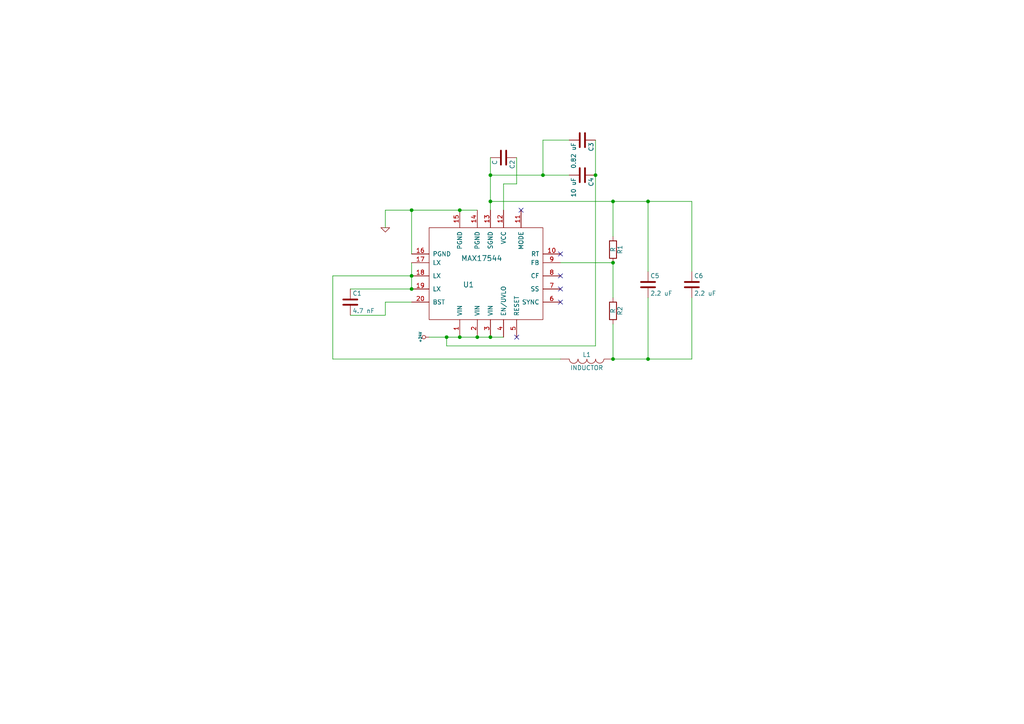
<source format=kicad_sch>
(kicad_sch (version 20230121) (generator eeschema)
  (paper "A4")
  (lib_symbols
    (symbol "Voltage-Switching-Regulator-rescue:+24V" (power) (pin_numbers hide) (pin_names (offset 0))
      (property "Value" "+24V" (at 0 2.54 0))
      (symbol "+24V_0_0"
        (pin power_in line (at 0 0 90) (length 0) hide (name "+24V") (number "1"))
      )
      (symbol "+24V_0_1"
        (polyline (pts (xy 0 0) (xy 0 1.016) (xy 0 1.016)))
        (circle (center 0 1.524) (radius 0.508))
      )
    )
    (symbol "Voltage-Switching-Regulator-rescue:C" (pin_numbers hide) (pin_names (offset 0.254))
      (property "Reference" "C" (at 0.635 2.54 0))
      (property "Value" "C" (at 0.635 -2.54 0))
      (symbol "C_0_1"
        (polyline (pts (xy -2.032 -0.762) (xy 2.032 -0.762)) (stroke (width 0.508)))
        (polyline (pts (xy -2.032 0.762) (xy 2.032 0.762)) (stroke (width 0.508)))
      )
      (symbol "C_1_1"
        (pin passive line (at 0 3.81 270) (length 2.794) (name "~") (number "1"))
        (pin passive line (at 0 -3.81 90) (length 2.794) (name "~") (number "2"))
      )
    )
    (symbol "Voltage-Switching-Regulator-rescue:GND" (power) (pin_names (offset 0))
      (symbol "GND_0_1"
        (polyline (pts (xy -1.27 0) (xy 0 -1.27) (xy 1.27 0) (xy -1.27 0)))
      )
      (symbol "GND_1_1"
        (pin power_in line (at 0 0 90) (length 0) hide (name "GND") (number "1"))
      )
    )
    (symbol "Voltage-Switching-Regulator-rescue:INDUCTOR" (pin_numbers hide) (pin_names (offset 1.016) hide)
      (property "Reference" "L" (at -1.27 0 90))
      (property "Value" "INDUCTOR" (at 2.54 0 90))
      (symbol "INDUCTOR_0_1"
        (arc (start 0.0254 -5.0546) (mid 1.2449 -3.8097) (end 0.0254 -2.54))
        (arc (start 0.0254 -2.5146) (mid 1.2703 -1.2444) (end 0.0254 0.0508))
        (arc (start 0.0254 0.0254) (mid 1.2703 1.2956) (end 0.0254 2.5908))
        (arc (start 0.0254 2.5654) (mid 1.1941 3.7595) (end 0.0254 4.9784))
      )
      (symbol "INDUCTOR_1_1"
        (pin passive line (at 0 7.62 270) (length 2.54) (name "1") (number "1"))
        (pin passive line (at 0 -7.62 90) (length 2.54) (name "2") (number "2"))
      )
    )
    (symbol "Voltage-Switching-Regulator-rescue:MAX17544" (pin_names (offset 1.016))
      (property "Reference" "U" (at -5.08 -3.81 0))
      (property "Value" "MAX17544" (at -1.27 3.81 0))
      (symbol "MAX17544_0_1"
        (rectangle (start -16.51 12.7) (end 16.51 -13.97))
      )
      (symbol "MAX17544_1_1"
        (pin power_in line (at -7.62 -19.05 90) (length 5.08) (name "VIN") (number "1"))
        (pin input line (at 21.59 5.08 180) (length 5.08) (name "RT") (number "10"))
        (pin input line (at 10.16 17.78 270) (length 5.08) (name "MODE") (number "11"))
        (pin power_in line (at 5.08 17.78 270) (length 5.08) (name "VCC") (number "12"))
        (pin power_out line (at 1.27 17.78 270) (length 5.08) (name "SGND") (number "13"))
        (pin power_out line (at -2.54 17.78 270) (length 5.08) (name "PGND") (number "14"))
        (pin power_out line (at -7.62 17.78 270) (length 5.08) (name "PGND") (number "15"))
        (pin power_out line (at -21.59 5.08 0) (length 5.08) (name "PGND") (number "16"))
        (pin output line (at -21.59 2.54 0) (length 5.08) (name "LX") (number "17"))
        (pin output line (at -21.59 -1.27 0) (length 5.08) (name "LX") (number "18"))
        (pin output line (at -21.59 -5.08 0) (length 5.08) (name "LX") (number "19"))
        (pin power_in line (at -2.54 -19.05 90) (length 5.08) (name "VIN") (number "2"))
        (pin input line (at -21.59 -8.89 0) (length 5.08) (name "BST") (number "20"))
        (pin power_in line (at 1.27 -19.05 90) (length 5.08) (name "VIN") (number "3"))
        (pin input line (at 5.08 -19.05 90) (length 5.08) (name "EN/UVLO") (number "4"))
        (pin input line (at 8.89 -19.05 90) (length 5.08) (name "RESET") (number "5"))
        (pin input line (at 21.59 -8.89 180) (length 5.08) (name "SYNC") (number "6"))
        (pin input line (at 21.59 -5.08 180) (length 5.08) (name "SS") (number "7"))
        (pin input line (at 21.59 -1.27 180) (length 5.08) (name "CF") (number "8"))
        (pin input line (at 21.59 2.54 180) (length 5.08) (name "FB") (number "9"))
      )
    )
    (symbol "Voltage-Switching-Regulator-rescue:R" (pin_numbers hide) (pin_names (offset 0))
      (property "Reference" "R" (at 2.032 0 90))
      (property "Value" "R" (at 0 0 90))
      (symbol "R_0_1"
        (rectangle (start -1.016 -2.54) (end 1.016 2.54) (stroke (width 0.254)))
      )
      (symbol "R_1_1"
        (pin passive line (at 0 3.81 270) (length 1.27) (name "~") (number "1"))
        (pin passive line (at 0 -3.81 90) (length 1.27) (name "~") (number "2"))
      )
    )
  )
  (junction (at 172.72 50.8))
  (junction (at 129.54 97.79))
  (junction (at 177.8 76.2))
  (junction (at 142.24 58.42))
  (junction (at 138.43 97.79))
  (junction (at 187.96 104.14))
  (junction (at 133.35 60.96))
  (junction (at 142.24 97.79))
  (junction (at 157.48 50.8))
  (junction (at 187.96 58.42))
  (junction (at 119.38 83.82))
  (junction (at 133.35 97.79))
  (junction (at 119.38 60.96))
  (junction (at 177.8 104.14))
  (junction (at 119.38 80.01))
  (junction (at 177.8 58.42))
  (junction (at 142.24 50.8))
  (no_connect (at 149.86 97.79))
  (no_connect (at 162.56 87.63))
  (no_connect (at 151.13 60.96))
  (no_connect (at 162.56 80.01))
  (no_connect (at 162.56 73.66))
  (no_connect (at 162.56 83.82))
  (wire (pts (xy 96.52 80.01) (xy 96.52 104.14)))
  (wire (pts (xy 187.96 58.42) (xy 200.66 58.42)))
  (wire (pts (xy 129.54 97.79) (xy 133.35 97.79)))
  (wire (pts (xy 142.24 45.72) (xy 142.24 50.8)))
  (wire (pts (xy 129.54 97.79) (xy 129.54 100.33)))
  (wire (pts (xy 149.86 53.34) (xy 149.86 45.72)))
  (wire (pts (xy 111.76 91.44) (xy 101.6 91.44)))
  (wire (pts (xy 177.8 86.36) (xy 177.8 76.2)))
  (wire (pts (xy 157.48 50.8) (xy 165.1 50.8)))
  (wire (pts (xy 111.76 60.96) (xy 111.76 66.04)))
  (wire (pts (xy 177.8 58.42) (xy 187.96 58.42)))
  (wire (pts (xy 96.52 104.14) (xy 162.56 104.14)))
  (wire (pts (xy 138.43 97.79) (xy 142.24 97.79)))
  (wire (pts (xy 146.05 60.96) (xy 146.05 53.34)))
  (wire (pts (xy 157.48 40.64) (xy 157.48 50.8)))
  (wire (pts (xy 177.8 104.14) (xy 187.96 104.14)))
  (wire (pts (xy 187.96 104.14) (xy 200.66 104.14)))
  (wire (pts (xy 172.72 50.8) (xy 172.72 100.33)))
  (wire (pts (xy 119.38 76.2) (xy 119.38 80.01)))
  (wire (pts (xy 200.66 58.42) (xy 200.66 78.74)))
  (wire (pts (xy 187.96 58.42) (xy 187.96 78.74)))
  (wire (pts (xy 172.72 100.33) (xy 129.54 100.33)))
  (wire (pts (xy 111.76 60.96) (xy 119.38 60.96)))
  (wire (pts (xy 172.72 40.64) (xy 172.72 50.8)))
  (wire (pts (xy 133.35 97.79) (xy 138.43 97.79)))
  (wire (pts (xy 119.38 80.01) (xy 96.52 80.01)))
  (wire (pts (xy 142.24 50.8) (xy 142.24 58.42)))
  (wire (pts (xy 200.66 104.14) (xy 200.66 86.36)))
  (wire (pts (xy 119.38 80.01) (xy 119.38 83.82)))
  (wire (pts (xy 119.38 60.96) (xy 133.35 60.96)))
  (wire (pts (xy 124.46 97.79) (xy 129.54 97.79)))
  (wire (pts (xy 177.8 76.2) (xy 162.56 76.2)))
  (wire (pts (xy 146.05 53.34) (xy 149.86 53.34)))
  (wire (pts (xy 187.96 104.14) (xy 187.96 86.36)))
  (wire (pts (xy 111.76 87.63) (xy 119.38 87.63)))
  (wire (pts (xy 142.24 58.42) (xy 142.24 60.96)))
  (wire (pts (xy 119.38 83.82) (xy 101.6 83.82)))
  (wire (pts (xy 177.8 68.58) (xy 177.8 58.42)))
  (wire (pts (xy 177.8 104.14) (xy 177.8 93.98)))
  (wire (pts (xy 133.35 60.96) (xy 138.43 60.96)))
  (wire (pts (xy 111.76 87.63) (xy 111.76 91.44)))
  (wire (pts (xy 119.38 60.96) (xy 119.38 73.66)))
  (wire (pts (xy 142.24 50.8) (xy 157.48 50.8)))
  (wire (pts (xy 142.24 97.79) (xy 146.05 97.79)))
  (wire (pts (xy 165.1 40.64) (xy 157.48 40.64)))
  (wire (pts (xy 142.24 58.42) (xy 177.8 58.42)))
  (symbol (lib_id "Voltage-Switching-Regulator-rescue:MAX17544") (at 140.97 78.74 0) (unit 1)
    (property "Reference" "U1" (at 135.89 82.55 0) (effects (font (size 1.524 1.524))))
    (property "Value" "MAX17544" (at 139.7 74.93 0) (effects (font (size 1.524 1.524))))
  )
  (symbol (lib_id "Voltage-Switching-Regulator-rescue:C") (at 101.6 87.63 0) (unit 1)
    (property "Reference" "C1" (at 102.235 85.09 0) (effects (justify left)))
    (property "Value" "4.7 nF" (at 102.235 90.17 0) (effects (justify left)))
  )
  (symbol (lib_id "Voltage-Switching-Regulator-rescue:C") (at 146.05 45.72 270) (unit 1)
    (property "Reference" "C2" (at 148.59 46.355 0) (effects (justify left)))
    (property "Value" "C" (at 143.51 46.355 0) (effects (justify left)))
  )
  (symbol (lib_id "Voltage-Switching-Regulator-rescue:GND") (at 111.76 66.04 0) (unit 1)
    (property "Reference" "#PWR01" (effects hide))
    (property "Value" "GND" (effects hide))
  )
  (symbol (lib_id "Voltage-Switching-Regulator-rescue:INDUCTOR") (at 170.18 104.14 270) (unit 1)
    (property "Reference" "L1" (at 170.18 102.87 90))
    (property "Value" "INDUCTOR" (at 170.18 106.68 90))
  )
  (symbol (lib_id "Voltage-Switching-Regulator-rescue:R") (at 177.8 90.17 0) (unit 1)
    (property "Reference" "R2" (at 179.832 90.17 90))
    (property "Value" "R" (at 177.8 90.17 90))
  )
  (symbol (lib_id "Voltage-Switching-Regulator-rescue:R") (at 177.8 72.39 0) (unit 1)
    (property "Reference" "R1" (at 179.832 72.39 90))
    (property "Value" "R" (at 177.8 72.39 90))
  )
  (symbol (lib_id "Voltage-Switching-Regulator-rescue:C") (at 168.91 50.8 270) (unit 1)
    (property "Reference" "C4" (at 171.45 51.435 0) (effects (justify left)))
    (property "Value" "10 uF" (at 166.37 51.435 0) (effects (justify left)))
  )
  (symbol (lib_id "Voltage-Switching-Regulator-rescue:C") (at 187.96 82.55 0) (unit 1)
    (property "Reference" "C5" (at 188.595 80.01 0) (effects (justify left)))
    (property "Value" "2.2 uF" (at 188.595 85.09 0) (effects (justify left)))
  )
  (symbol (lib_id "Voltage-Switching-Regulator-rescue:C") (at 168.91 40.64 270) (unit 1)
    (property "Reference" "C3" (at 171.45 41.275 0) (effects (justify left)))
    (property "Value" "0.82 uF" (at 166.37 41.275 0) (effects (justify left)))
  )
  (symbol (lib_id "Voltage-Switching-Regulator-rescue:C") (at 200.66 82.55 0) (unit 1)
    (property "Reference" "C6" (at 201.295 80.01 0) (effects (justify left)))
    (property "Value" "2.2 uF" (at 201.295 85.09 0) (effects (justify left)))
  )
  (symbol (lib_id "Voltage-Switching-Regulator-rescue:+24V") (at 124.46 97.79 90) (unit 1)
    (property "Reference" "#PWR02" (effects hide))
    (property "Value" "+24V" (at 121.92 97.79 0) (effects (font (size 0.762 0.762))))
  )
)
</source>
